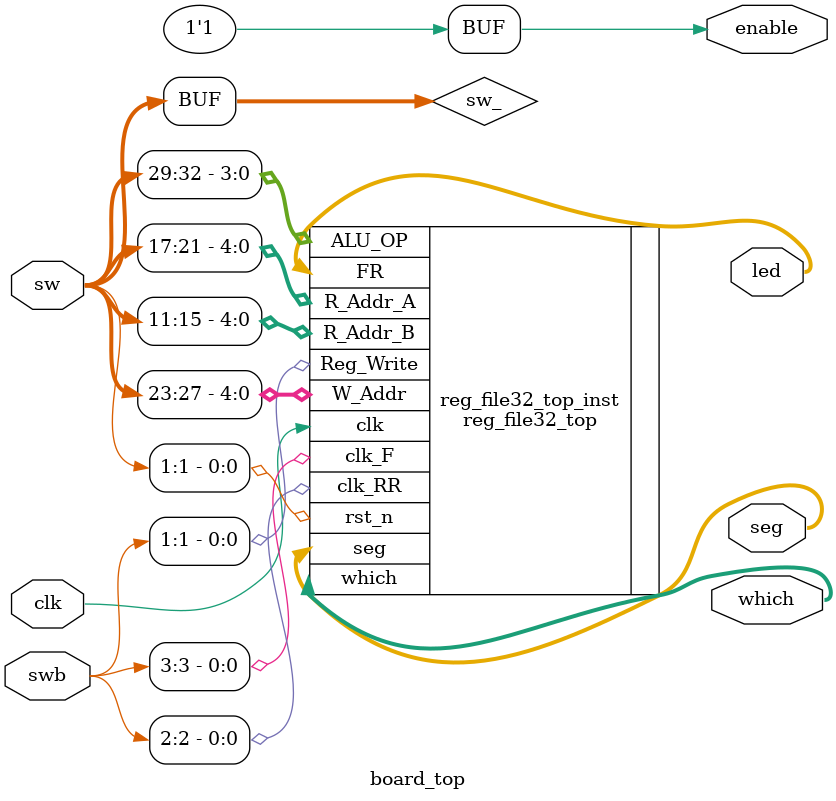
<source format=v>
`timescale 1ns / 1ps
module board_top(
    clk, swb, sw,
    led, seg, which, enable
);

input            clk;
input   [1:4]    swb;
input   [1:32]   sw;
output  [1:4]    led;
output  [7:0]    seg;
output  [2:0]    which;
output reg enable = 1;

wire [31:0] sw_ = sw;

reg_file32_top reg_file32_top_inst (
    .clk(clk),
    .Reg_Write(swb[1]),
    .clk_RR(swb[2]),
    .clk_F(swb[3]),
    .W_Addr(sw_[9:5]),
    .ALU_OP(sw_[3:0]),
    .R_Addr_A(sw_[15:11]),
    .R_Addr_B(sw_[21:17]),
    .FR(led),
    .seg(seg),
    .which(which),
    .rst_n(sw_[31]),
);

endmodule
</source>
